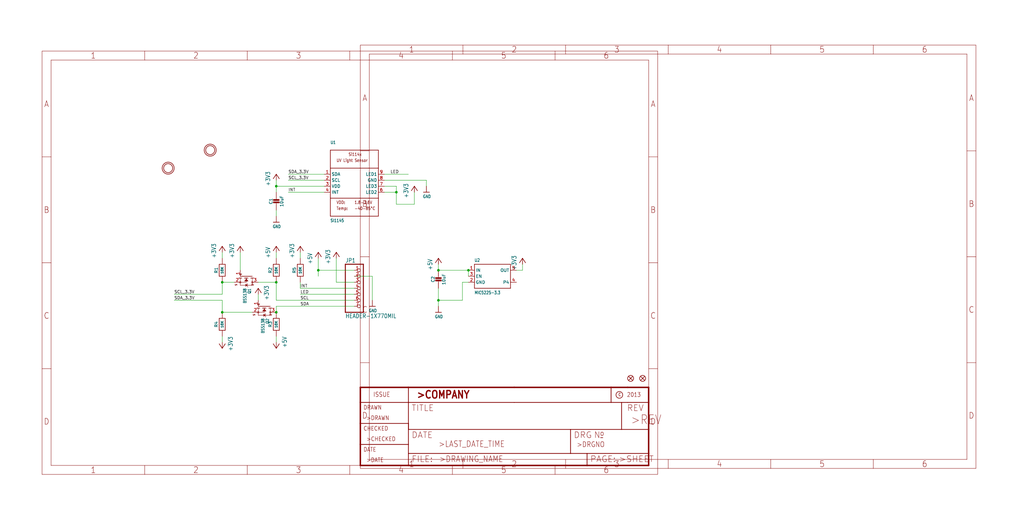
<source format=kicad_sch>
(kicad_sch (version 20211123) (generator eeschema)
  (paper "User" 433.07 220.421)
  (lib_symbols
    (symbol "schematicEagle-eagle-import:+3V3" (power)
      (property "Value" "+3V3" (at -2.54 -5.08 90))
      (symbol "+3V3_1_0"
        (polyline (pts (xy 0 0) (xy -1.27 -1.905)) (stroke (width 0.254)))
        (polyline (pts (xy 1.27 -1.905) (xy 0 0)) (stroke (width 0.254)))
        (pin power_in line (at 0 -2.54 90) (length 2.54) (name "+3V3") (number "1"))
      )
    )
    (symbol "schematicEagle-eagle-import:+5V" (power)
      (property "Value" "+5V" (at -2.54 -5.08 90))
      (symbol "+5V_1_0"
        (polyline (pts (xy 0 0) (xy -1.27 -1.905)) (stroke (width 0.254)))
        (polyline (pts (xy 1.27 -1.905) (xy 0 0)) (stroke (width 0.254)))
        (pin power_in line (at 0 -2.54 90) (length 2.54) (name "+5V") (number "1"))
      )
    )
    (symbol "schematicEagle-eagle-import:CAP_CERAMIC0805-NOOUTLINE"
      (property "Reference" "C" (at -2.29 1.25 90))
      (property "Value" "CAP_CERAMIC0805-NOOUTLINE" (at 2.3 1.25 90))
      (symbol "CAP_CERAMIC0805-NOOUTLINE_1_0"
        (rectangle (start -1.27 0.508) (end 1.27 1.016) (fill (type outline)))
        (rectangle (start -1.27 1.524) (end 1.27 2.032) (fill (type outline)))
        (polyline (pts (xy 0 0.762) (xy 0 0)) (stroke (width 0.1524)))
        (polyline (pts (xy 0 2.54) (xy 0 1.778)) (stroke (width 0.1524)))
        (pin passive line (at 0 5.08 270) (length 2.54) (name "1") (number "1"))
        (pin passive line (at 0 -2.54 90) (length 2.54) (name "2") (number "2"))
      )
    )
    (symbol "schematicEagle-eagle-import:FIDUCIAL{dblquote}{dblquote}"
      (symbol "FIDUCIAL{dblquote}{dblquote}_1_0"
        (polyline (pts (xy -0.762 0.762) (xy 0.762 -0.762)) (stroke (width 0.254)))
        (polyline (pts (xy 0.762 0.762) (xy -0.762 -0.762)) (stroke (width 0.254)))
        (circle (center 0 0) (radius 1.27) (stroke (width 0.254)))
      )
    )
    (symbol "schematicEagle-eagle-import:FRAME_A4"
      (symbol "FRAME_A4_0_0"
        (polyline (pts (xy 0 44.7675) (xy 3.81 44.7675)))
        (polyline (pts (xy 0 89.535) (xy 3.81 89.535)))
        (polyline (pts (xy 0 134.3025) (xy 3.81 134.3025)))
        (polyline (pts (xy 3.81 3.81) (xy 3.81 175.26)))
        (polyline (pts (xy 43.3917 0) (xy 43.3917 3.81)))
        (polyline (pts (xy 43.3917 175.26) (xy 43.3917 179.07)))
        (polyline (pts (xy 86.7833 0) (xy 86.7833 3.81)))
        (polyline (pts (xy 86.7833 175.26) (xy 86.7833 179.07)))
        (polyline (pts (xy 130.175 0) (xy 130.175 3.81)))
        (polyline (pts (xy 130.175 175.26) (xy 130.175 179.07)))
        (polyline (pts (xy 173.5667 0) (xy 173.5667 3.81)))
        (polyline (pts (xy 173.5667 175.26) (xy 173.5667 179.07)))
        (polyline (pts (xy 216.9583 0) (xy 216.9583 3.81)))
        (polyline (pts (xy 216.9583 175.26) (xy 216.9583 179.07)))
        (polyline (pts (xy 256.54 3.81) (xy 3.81 3.81)))
        (polyline (pts (xy 256.54 3.81) (xy 256.54 175.26)))
        (polyline (pts (xy 256.54 44.7675) (xy 260.35 44.7675)))
        (polyline (pts (xy 256.54 89.535) (xy 260.35 89.535)))
        (polyline (pts (xy 256.54 134.3025) (xy 260.35 134.3025)))
        (polyline (pts (xy 256.54 175.26) (xy 3.81 175.26)))
        (polyline (pts (xy 0 0) (xy 260.35 0) (xy 260.35 179.07) (xy 0 179.07) (xy 0 0)))
        (text "1" (at 21.6958 1.905 0) (effects (font (size 2.54 2.286))))
        (text "1" (at 21.6958 177.165 0) (effects (font (size 2.54 2.286))))
        (text "2" (at 65.0875 1.905 0) (effects (font (size 2.54 2.286))))
        (text "2" (at 65.0875 177.165 0) (effects (font (size 2.54 2.286))))
        (text "3" (at 108.4792 1.905 0) (effects (font (size 2.54 2.286))))
        (text "3" (at 108.4792 177.165 0) (effects (font (size 2.54 2.286))))
        (text "4" (at 151.8708 1.905 0) (effects (font (size 2.54 2.286))))
        (text "4" (at 151.8708 177.165 0) (effects (font (size 2.54 2.286))))
        (text "5" (at 195.2625 1.905 0) (effects (font (size 2.54 2.286))))
        (text "5" (at 195.2625 177.165 0) (effects (font (size 2.54 2.286))))
        (text "6" (at 238.6542 1.905 0) (effects (font (size 2.54 2.286))))
        (text "6" (at 238.6542 177.165 0) (effects (font (size 2.54 2.286))))
        (text "A" (at 1.905 156.6863 0) (effects (font (size 2.54 2.286))))
        (text "A" (at 258.445 156.6863 0) (effects (font (size 2.54 2.286))))
        (text "B" (at 1.905 111.9188 0) (effects (font (size 2.54 2.286))))
        (text "B" (at 258.445 111.9188 0) (effects (font (size 2.54 2.286))))
        (text "C" (at 1.905 67.1513 0) (effects (font (size 2.54 2.286))))
        (text "C" (at 258.445 67.1513 0) (effects (font (size 2.54 2.286))))
        (text "D" (at 1.905 22.3838 0) (effects (font (size 2.54 2.286))))
        (text "D" (at 258.445 22.3838 0) (effects (font (size 2.54 2.286))))
      )
      (symbol "FRAME_A4_1_0"
        (polyline (pts (xy 256.54 3.81) (xy 256.54 8.89)) (stroke (width 0.1016)))
        (polyline (pts (xy 256.54 8.89) (xy 256.54 13.97)) (stroke (width 0.1016)))
        (polyline (pts (xy 256.54 13.97) (xy 256.54 19.05)) (stroke (width 0.1016)))
        (polyline (pts (xy 256.54 19.05) (xy 256.54 36.83)) (stroke (width 0.1016)))
      )
      (symbol "FRAME_A4_2_0"
        (polyline (pts (xy 1.27 -6.35) (xy 1.27 0)) (stroke (width 0.1016)))
        (polyline (pts (xy 1.27 0) (xy 82.55 0)) (stroke (width 0.1016)))
        (polyline (pts (xy 82.55 -6.35) (xy 1.27 -6.35)) (stroke (width 0.1016)))
        (polyline (pts (xy 82.55 0) (xy 82.55 -6.35)) (stroke (width 0.1016)))
        (text "PART OR WHOLE IS STRICTLY PROHIBITED WITHOUT WRITTEN PERMISSION!" (at 3.81 -5.08 0) (effects (font (size 1.27 1.0795)) (justify left bottom)))
        (text "PROPRIETARY" (at 3.81 -10.16 0) (effects (font (size 2.54 2.159) (thickness 0.4318) bold) (justify left bottom)))
        (text "THIS DRAWING CONTAINS CONFIDENTIAL INFORMATION. ANY REPRODUCTION IN" (at 3.81 -2.794 0) (effects (font (size 1.27 1.0795)) (justify left bottom)))
      )
      (symbol "FRAME_A4_3_0"
        (polyline (pts (xy 0 1.27) (xy 20.32 1.27)) (stroke (width 0.6096)))
        (polyline (pts (xy 0 10.16) (xy 0 1.27)) (stroke (width 0.6096)))
        (polyline (pts (xy 0 10.16) (xy 20.32 10.16)) (stroke (width 0.3048)))
        (polyline (pts (xy 0 19.05) (xy 0 10.16)) (stroke (width 0.6096)))
        (polyline (pts (xy 0 19.05) (xy 20.32 19.05)) (stroke (width 0.3048)))
        (polyline (pts (xy 0 27.94) (xy 0 19.05)) (stroke (width 0.6096)))
        (polyline (pts (xy 0 27.94) (xy 20.32 27.94)) (stroke (width 0.3048)))
        (polyline (pts (xy 0 34.29) (xy 0 27.94)) (stroke (width 0.6096)))
        (polyline (pts (xy 20.32 1.27) (xy 20.32 6.35)) (stroke (width 0.3048)))
        (polyline (pts (xy 20.32 1.27) (xy 95.885 1.27)) (stroke (width 0.6096)))
        (polyline (pts (xy 20.32 6.35) (xy 20.32 10.16)) (stroke (width 0.3048)))
        (polyline (pts (xy 20.32 6.35) (xy 88.9 6.35)) (stroke (width 0.3048)))
        (polyline (pts (xy 20.32 10.16) (xy 20.32 19.05)) (stroke (width 0.3048)))
        (polyline (pts (xy 20.32 16.51) (xy 20.32 19.05)) (stroke (width 0.3048)))
        (polyline (pts (xy 20.32 19.05) (xy 20.32 27.94)) (stroke (width 0.3048)))
        (polyline (pts (xy 20.32 27.94) (xy 20.32 34.29)) (stroke (width 0.3048)))
        (polyline (pts (xy 20.32 27.94) (xy 65.0875 27.94)) (stroke (width 0.3048)))
        (polyline (pts (xy 20.32 34.29) (xy 0 34.29)) (stroke (width 0.6096)))
        (polyline (pts (xy 65.0875 27.94) (xy 106.045 27.94)) (stroke (width 0.3048)))
        (polyline (pts (xy 65.0875 34.29) (xy 20.32 34.29)) (stroke (width 0.6096)))
        (polyline (pts (xy 88.9 6.35) (xy 95.885 6.35)) (stroke (width 0.3048)))
        (polyline (pts (xy 88.9 16.51) (xy 20.32 16.51)) (stroke (width 0.3048)))
        (polyline (pts (xy 88.9 16.51) (xy 88.9 6.35)) (stroke (width 0.3048)))
        (polyline (pts (xy 95.885 1.27) (xy 121.92 1.27)) (stroke (width 0.6096)))
        (polyline (pts (xy 95.885 6.35) (xy 95.885 1.27)) (stroke (width 0.3048)))
        (polyline (pts (xy 95.885 6.35) (xy 121.92 6.35)) (stroke (width 0.3048)))
        (polyline (pts (xy 101.6 13.0175) (xy 102.5525 13.0175)) (stroke (width 0.254)))
        (polyline (pts (xy 106.045 27.94) (xy 106.045 34.29)) (stroke (width 0.3048)))
        (polyline (pts (xy 106.045 27.94) (xy 110.49 27.94)) (stroke (width 0.3048)))
        (polyline (pts (xy 106.045 34.29) (xy 65.0875 34.29)) (stroke (width 0.6096)))
        (polyline (pts (xy 110.49 16.51) (xy 88.9 16.51)) (stroke (width 0.3048)))
        (polyline (pts (xy 110.49 27.94) (xy 110.49 16.51)) (stroke (width 0.3048)))
        (polyline (pts (xy 110.49 27.94) (xy 113.03 27.94)) (stroke (width 0.3048)))
        (polyline (pts (xy 113.03 27.94) (xy 121.92 27.94)) (stroke (width 0.3048)))
        (polyline (pts (xy 113.03 34.29) (xy 106.045 34.29)) (stroke (width 0.6096)))
        (polyline (pts (xy 121.92 6.35) (xy 121.92 1.27)) (stroke (width 0.6096)))
        (polyline (pts (xy 121.92 16.51) (xy 110.49 16.51)) (stroke (width 0.3048)))
        (polyline (pts (xy 121.92 16.51) (xy 121.92 6.35)) (stroke (width 0.6096)))
        (polyline (pts (xy 121.92 27.94) (xy 121.92 16.51)) (stroke (width 0.6096)))
        (polyline (pts (xy 121.92 34.29) (xy 113.03 34.29)) (stroke (width 0.6096)))
        (polyline (pts (xy 121.92 34.29) (xy 121.92 27.94)) (stroke (width 0.6096)))
        (circle (center 109.5375 31.115) (radius 1.4199) (stroke (width 0.254)))
        (text "2013" (at 112.7125 30.1625 0) (effects (font (size 1.778 1.5113)) (justify left bottom)))
        (text ">CHECKED" (at 2.54 11.43 0) (effects (font (size 1.778 1.5113)) (justify left bottom)))
        (text ">COMPANY" (at 23.6538 29.3687 0) (effects (font (size 3.175 2.6987) (thickness 0.5397) bold) (justify left bottom)))
        (text ">DATE" (at 2.54 2.54 0) (effects (font (size 1.778 1.5113)) (justify left bottom)))
        (text ">DRAWING_NAME" (at 33.3375 2.54 0) (effects (font (size 2.54 2.159)) (justify left bottom)))
        (text ">DRAWN" (at 2.54 20.32 0) (effects (font (size 1.778 1.5113)) (justify left bottom)))
        (text ">DRGNO" (at 91.44 8.89 0) (effects (font (size 2.1844 1.8567)) (justify left bottom)))
        (text ">LAST_DATE_TIME" (at 33.02 8.89 0) (effects (font (size 2.54 2.159)) (justify left bottom)))
        (text ">REV" (at 114.3 18.415 0) (effects (font (size 3.81 3.2385)) (justify left bottom)))
        (text ">SHEET" (at 109.22 2.54 0) (effects (font (size 2.54 2.54)) (justify left bottom)))
        (text "C" (at 109.0612 30.48 0) (effects (font (size 1.27 1.0795)) (justify left bottom)))
        (text "CHECKED" (at 1.27 15.875 0) (effects (font (size 1.778 1.5113)) (justify left bottom)))
        (text "DATE" (at 1.27 6.985 0) (effects (font (size 1.778 1.5113)) (justify left bottom)))
        (text "DATE" (at 21.59 12.7 0) (effects (font (size 2.54 2.54)) (justify left bottom)))
        (text "DRAWN" (at 1.27 24.765 0) (effects (font (size 1.778 1.5113)) (justify left bottom)))
        (text "DRG" (at 90.17 12.7 0) (effects (font (size 2.54 2.54)) (justify left bottom)))
        (text "FILE:" (at 21.59 2.54 0) (effects (font (size 2.54 2.54)) (justify left bottom)))
        (text "ISSUE" (at 5.3975 30.1625 0) (effects (font (size 1.9304 1.6408)) (justify left bottom)))
        (text "N" (at 98.7425 12.7 0) (effects (font (size 2.54 2.54)) (justify left bottom)))
        (text "o" (at 101.2825 13.6525 0) (effects (font (size 2.1844 1.8567)) (justify left bottom)))
        (text "PAGE:" (at 97.155 2.54 0) (effects (font (size 2.54 2.54)) (justify left bottom)))
        (text "REV" (at 112.7125 24.13 0) (effects (font (size 2.54 2.54)) (justify left bottom)))
        (text "TITLE" (at 21.59 24.13 0) (effects (font (size 2.54 2.54)) (justify left bottom)))
      )
    )
    (symbol "schematicEagle-eagle-import:GND" (power)
      (property "Value" "GND" (at -1.524 -2.54 0))
      (symbol "GND_1_0"
        (polyline (pts (xy -1.27 0) (xy 1.27 0)) (stroke (width 0.254)))
        (pin power_in line (at 0 2.54 270) (length 2.54) (name "GND") (number "1"))
      )
    )
    (symbol "schematicEagle-eagle-import:HEADER-1X770MIL"
      (property "Reference" "JP" (at -6.35 10.795 0))
      (property "Value" "HEADER-1X770MIL" (at -6.35 -12.7 0))
      (symbol "HEADER-1X770MIL_1_0"
        (polyline (pts (xy -6.35 -10.16) (xy 1.27 -10.16)) (stroke (width 0.4064)))
        (polyline (pts (xy -6.35 10.16) (xy -6.35 -10.16)) (stroke (width 0.4064)))
        (polyline (pts (xy 1.27 -10.16) (xy 1.27 10.16)) (stroke (width 0.4064)))
        (polyline (pts (xy 1.27 10.16) (xy -6.35 10.16)) (stroke (width 0.4064)))
        (pin passive inverted (at -2.54 7.62 0) (length 2.54) (name "1") (number "1"))
        (pin passive inverted (at -2.54 5.08 0) (length 2.54) (name "2") (number "2"))
        (pin passive inverted (at -2.54 2.54 0) (length 2.54) (name "3") (number "3"))
        (pin passive inverted (at -2.54 0 0) (length 2.54) (name "4") (number "4"))
        (pin passive inverted (at -2.54 -2.54 0) (length 2.54) (name "5") (number "5"))
        (pin passive inverted (at -2.54 -5.08 0) (length 2.54) (name "6") (number "6"))
        (pin passive inverted (at -2.54 -7.62 0) (length 2.54) (name "7") (number "7"))
      )
    )
    (symbol "schematicEagle-eagle-import:MOSFET-NWIDE"
      (property "Reference" "Q" (at 5.08 0.635 0))
      (property "Value" "MOSFET-NWIDE" (at 5.08 -1.27 0))
      (symbol "MOSFET-NWIDE_1_0"
        (polyline (pts (xy 0 2.54) (xy 0 -2.54)) (stroke (width 0.254)))
        (polyline (pts (xy 0.762 -2.54) (xy 0.762 -3.175)) (stroke (width 0.254)))
        (polyline (pts (xy 0.762 -1.905) (xy 0.762 -2.54)) (stroke (width 0.254)))
        (polyline (pts (xy 0.762 0) (xy 0.762 -0.762)) (stroke (width 0.254)))
        (polyline (pts (xy 0.762 0) (xy 2.54 0)) (stroke (width 0.1524)))
        (polyline (pts (xy 0.762 0.762) (xy 0.762 0)) (stroke (width 0.254)))
        (polyline (pts (xy 0.762 2.54) (xy 0.762 1.905)) (stroke (width 0.254)))
        (polyline (pts (xy 0.762 2.54) (xy 3.81 2.54)) (stroke (width 0.1524)))
        (polyline (pts (xy 0.762 3.175) (xy 0.762 2.54)) (stroke (width 0.254)))
        (polyline (pts (xy 2.54 -2.54) (xy 0.762 -2.54)) (stroke (width 0.1524)))
        (polyline (pts (xy 2.54 -2.54) (xy 3.81 -2.54)) (stroke (width 0.1524)))
        (polyline (pts (xy 2.54 0) (xy 2.54 -2.54)) (stroke (width 0.1524)))
        (polyline (pts (xy 3.302 0.508) (xy 3.048 0.254)) (stroke (width 0.1524)))
        (polyline (pts (xy 3.81 0.508) (xy 3.302 0.508)) (stroke (width 0.1524)))
        (polyline (pts (xy 3.81 0.508) (xy 3.81 -2.54)) (stroke (width 0.1524)))
        (polyline (pts (xy 3.81 2.54) (xy 3.81 0.508)) (stroke (width 0.1524)))
        (polyline (pts (xy 4.318 0.508) (xy 3.81 0.508)) (stroke (width 0.1524)))
        (polyline (pts (xy 4.572 0.762) (xy 4.318 0.508)) (stroke (width 0.1524)))
        (polyline (pts (xy 1.016 0) (xy 2.032 0.762) (xy 2.032 -0.762)) (fill (type outline)))
        (polyline (pts (xy 3.81 0.508) (xy 3.302 -0.254) (xy 4.318 -0.254)) (fill (type outline)))
        (circle (center 2.54 -2.54) (radius 0.3592))
        (circle (center 2.54 2.54) (radius 0.3592))
        (text "D" (at 3.175 3.175 0) (effects (font (size 0.8128 0.6908)) (justify left bottom)))
        (text "G" (at -1.27 -1.905 0) (effects (font (size 0.8128 0.6908)) (justify left bottom)))
        (text "S" (at 3.175 -3.81 0) (effects (font (size 0.8128 0.6908)) (justify left bottom)))
        (pin bidirectional line (at -2.54 -2.54 0) (length 2.54) (name "G") (number "1"))
        (pin bidirectional line (at 2.54 -5.08 90) (length 2.54) (name "S") (number "2"))
        (pin bidirectional line (at 2.54 5.08 270) (length 2.54) (name "D") (number "3"))
      )
    )
    (symbol "schematicEagle-eagle-import:MOUNTINGHOLE2.5"
      (symbol "MOUNTINGHOLE2.5_1_0"
        (circle (center 0 0) (radius 1.905) (stroke (width 0.254)))
        (circle (center 0 0) (radius 2.54) (stroke (width 0.254)))
      )
    )
    (symbol "schematicEagle-eagle-import:RESISTOR0805_NOOUTLINE"
      (property "Reference" "R" (at 0 2.54 0))
      (property "Value" "RESISTOR0805_NOOUTLINE" (at 0 0 0))
      (symbol "RESISTOR0805_NOOUTLINE_1_0"
        (polyline (pts (xy -2.54 -1.27) (xy -2.54 1.27)) (stroke (width 0.254)))
        (polyline (pts (xy -2.54 1.27) (xy 2.54 1.27)) (stroke (width 0.254)))
        (polyline (pts (xy 2.54 -1.27) (xy -2.54 -1.27)) (stroke (width 0.254)))
        (polyline (pts (xy 2.54 1.27) (xy 2.54 -1.27)) (stroke (width 0.254)))
        (pin passive line (at -5.08 0 0) (length 2.54) (name "1") (number "1"))
        (pin passive line (at 5.08 0 180) (length 2.54) (name "2") (number "2"))
      )
    )
    (symbol "schematicEagle-eagle-import:SI114X"
      (property "Reference" "U" (at -10.16 17.78 0))
      (property "Value" "SI114X" (at -10.16 -15.24 0))
      (symbol "SI114X_1_0"
        (polyline (pts (xy -10.16 -12.7) (xy 10.16 -12.7)) (stroke (width 0.254)))
        (polyline (pts (xy -10.16 -5.08) (xy -10.16 -12.7)) (stroke (width 0.254)))
        (polyline (pts (xy -10.16 -5.08) (xy -10.16 7.62)) (stroke (width 0.254)))
        (polyline (pts (xy -10.16 7.62) (xy -10.16 15.24)) (stroke (width 0.254)))
        (polyline (pts (xy -10.16 7.62) (xy 10.16 7.62)) (stroke (width 0.254)))
        (polyline (pts (xy -10.16 15.24) (xy 10.16 15.24)) (stroke (width 0.254)))
        (polyline (pts (xy 10.16 -12.7) (xy 10.16 -5.08)) (stroke (width 0.254)))
        (polyline (pts (xy 10.16 -5.08) (xy -10.16 -5.08)) (stroke (width 0.254)))
        (polyline (pts (xy 10.16 7.62) (xy 10.16 -5.08)) (stroke (width 0.254)))
        (polyline (pts (xy 10.16 15.24) (xy 10.16 7.62)) (stroke (width 0.254)))
        (text "-40-85°C" (at 0 -10.16 0) (effects (font (size 1.27 1.0795)) (justify left bottom)))
        (text "1.8-3.6V" (at 0 -7.62 0) (effects (font (size 1.27 1.0795)) (justify left bottom)))
        (text "Si114x" (at -2.54 12.7 0) (effects (font (size 1.27 1.0795)) (justify left bottom)))
        (text "Temp:" (at -7.62 -10.16 0) (effects (font (size 1.27 1.0795)) (justify left bottom)))
        (text "UV Light Sensor" (at -7.62 10.16 0) (effects (font (size 1.27 1.0795)) (justify left bottom)))
        (text "VDD:" (at -7.62 -7.62 0) (effects (font (size 1.27 1.0795)) (justify left bottom)))
        (pin bidirectional line (at -12.7 5.08 0) (length 2.54) (name "SDA") (number "1"))
        (pin input line (at -12.7 2.54 0) (length 2.54) (name "SCL") (number "2"))
        (pin power_in line (at -12.7 0 0) (length 2.54) (name "VDD") (number "3"))
        (pin open_collector line (at -12.7 -2.54 0) (length 2.54) (name "INT") (number "4"))
        (pin open_collector line (at 12.7 -2.54 180) (length 2.54) (name "LED2") (number "6"))
        (pin open_collector line (at 12.7 0 180) (length 2.54) (name "LED3") (number "7"))
        (pin power_in line (at 12.7 2.54 180) (length 2.54) (name "GND") (number "8"))
        (pin open_collector line (at 12.7 5.08 180) (length 2.54) (name "LED1") (number "9"))
      )
    )
    (symbol "schematicEagle-eagle-import:VREG_SOT23-5"
      (property "Reference" "U" (at -7.62 6.096 0))
      (property "Value" "VREG_SOT23-5" (at -7.62 -7.62 0))
      (symbol "VREG_SOT23-5_1_0"
        (polyline (pts (xy -7.62 -5.08) (xy -7.62 5.08)) (stroke (width 0.254)))
        (polyline (pts (xy -7.62 5.08) (xy 7.62 5.08)) (stroke (width 0.254)))
        (polyline (pts (xy 7.62 -5.08) (xy -7.62 -5.08)) (stroke (width 0.254)))
        (polyline (pts (xy 7.62 5.08) (xy 7.62 -5.08)) (stroke (width 0.254)))
        (pin power_in line (at -10.16 2.54 0) (length 2.54) (name "IN") (number "1"))
        (pin power_in line (at -10.16 -2.54 0) (length 2.54) (name "GND") (number "2"))
        (pin input line (at -10.16 0 0) (length 2.54) (name "EN") (number "3"))
        (pin bidirectional line (at 10.16 -2.54 180) (length 2.54) (name "P4") (number "4"))
        (pin power_in line (at 10.16 2.54 180) (length 2.54) (name "OUT") (number "5"))
      )
    )
  )
  (junction (at 116.84 132.08))
  (junction (at 185.42 114.3))
  (junction (at 116.84 119.38))
  (junction (at 134.62 114.3))
  (junction (at 198.12 114.3))
  (junction (at 93.98 119.38))
  (junction (at 93.98 132.08))
  (junction (at 185.42 127))
  (junction (at 116.84 78.74))
  (junction (at 167.64 81.28))
  (wire (pts (xy 116.84 119.38) (xy 116.84 127)))
  (wire (pts (xy 149.86 116.84) (xy 157.48 116.84)))
  (wire (pts (xy 109.22 124.46) (xy 109.22 127)))
  (wire (pts (xy 149.86 121.92) (xy 127 121.92)))
  (wire (pts (xy 109.22 119.38) (xy 116.84 119.38)))
  (wire (pts (xy 116.84 132.08) (xy 116.84 129.54)))
  (wire (pts (xy 116.84 127) (xy 149.86 127)))
  (wire (pts (xy 137.16 81.28) (xy 121.92 81.28)))
  (wire (pts (xy 142.24 119.38) (xy 149.86 119.38)))
  (wire (pts (xy 167.64 81.28) (xy 167.64 86.36)))
  (wire (pts (xy 198.12 116.84) (xy 198.12 114.3)))
  (wire (pts (xy 167.64 86.36) (xy 175.26 86.36)))
  (wire (pts (xy 127 106.68) (xy 127 109.22)))
  (wire (pts (xy 180.34 76.2) (xy 180.34 78.74)))
  (wire (pts (xy 127 119.38) (xy 127 121.92)))
  (wire (pts (xy 93.98 119.38) (xy 99.06 119.38)))
  (wire (pts (xy 218.44 114.3) (xy 220.98 114.3)))
  (wire (pts (xy 73.66 127) (xy 93.98 127)))
  (wire (pts (xy 137.16 78.74) (xy 116.84 78.74)))
  (wire (pts (xy 162.56 73.66) (xy 172.72 73.66)))
  (wire (pts (xy 185.42 127) (xy 185.42 121.92)))
  (wire (pts (xy 134.62 114.3) (xy 134.62 109.22)))
  (wire (pts (xy 149.86 124.46) (xy 127 124.46)))
  (wire (pts (xy 162.56 81.28) (xy 167.64 81.28)))
  (wire (pts (xy 157.48 116.84) (xy 157.48 127)))
  (wire (pts (xy 220.98 114.3) (xy 220.98 111.76)))
  (wire (pts (xy 167.64 78.74) (xy 167.64 81.28)))
  (wire (pts (xy 93.98 144.78) (xy 93.98 142.24)))
  (wire (pts (xy 116.84 88.9) (xy 116.84 91.44)))
  (wire (pts (xy 116.84 78.74) (xy 116.84 81.28)))
  (wire (pts (xy 185.42 111.76) (xy 185.42 114.3)))
  (wire (pts (xy 137.16 76.2) (xy 121.92 76.2)))
  (wire (pts (xy 195.58 127) (xy 185.42 127)))
  (wire (pts (xy 93.98 124.46) (xy 93.98 119.38)))
  (wire (pts (xy 134.62 116.84) (xy 134.62 114.3)))
  (wire (pts (xy 162.56 78.74) (xy 167.64 78.74)))
  (wire (pts (xy 142.24 109.22) (xy 142.24 119.38)))
  (wire (pts (xy 116.84 144.78) (xy 116.84 142.24)))
  (wire (pts (xy 116.84 129.54) (xy 149.86 129.54)))
  (wire (pts (xy 106.68 132.08) (xy 93.98 132.08)))
  (wire (pts (xy 101.6 114.3) (xy 101.6 106.68)))
  (wire (pts (xy 93.98 124.46) (xy 73.66 124.46)))
  (wire (pts (xy 121.92 73.66) (xy 137.16 73.66)))
  (wire (pts (xy 185.42 127) (xy 185.42 129.54)))
  (wire (pts (xy 149.86 114.3) (xy 134.62 114.3)))
  (wire (pts (xy 93.98 106.68) (xy 93.98 109.22)))
  (wire (pts (xy 198.12 119.38) (xy 195.58 119.38)))
  (wire (pts (xy 195.58 119.38) (xy 195.58 127)))
  (wire (pts (xy 93.98 132.08) (xy 93.98 127)))
  (wire (pts (xy 162.56 76.2) (xy 180.34 76.2)))
  (wire (pts (xy 116.84 78.74) (xy 116.84 76.2)))
  (wire (pts (xy 116.84 106.68) (xy 116.84 109.22)))
  (wire (pts (xy 198.12 114.3) (xy 185.42 114.3)))
  (wire (pts (xy 175.26 86.36) (xy 175.26 81.28)))
  (label "SDA" (at 127 129.54 0) (effects (font (size 1.2446 1.2446))))
  (label "SCL_3.3V" (at 73.66 124.46 0) (effects (font (size 1.2446 1.2446))))
  (label "INT" (at 127 121.92 0) (effects (font (size 1.2446 1.2446))))
  (label "LED" (at 165.1 73.66 0) (effects (font (size 1.2446 1.2446))))
  (label "SCL" (at 127 127 0) (effects (font (size 1.2446 1.2446))))
  (label "LED" (at 127 124.46 0) (effects (font (size 1.2446 1.2446))))
  (label "INT" (at 121.92 81.28 0) (effects (font (size 1.2446 1.2446))))
  (label "SDA_3.3V" (at 73.66 127 0) (effects (font (size 1.2446 1.2446))))
  (label "SCL_3.3V" (at 121.92 76.2 0) (effects (font (size 1.2446 1.2446))))
  (label "SDA_3.3V" (at 121.92 73.66 0) (effects (font (size 1.2446 1.2446))))
  (symbol (lib_id "schematicEagle-eagle-import:+5V") (at 116.84 147.32 180) (unit 1)
    (property "Reference" "#P+3" (effects hide))
    (property "Value" "+5V" (at 119.38 142.24 90) (effects (font (size 1.778 1.5113)) (justify left bottom)))
    (property "Footprint" "schematicEagle:" (effects hide))
  )
  (symbol (lib_id "schematicEagle-eagle-import:+3V3") (at 101.6 104.14 0) (unit 1)
    (property "Reference" "#+3V2" (effects hide))
    (property "Value" "+3V3" (at 99.06 109.22 90) (effects (font (size 1.778 1.5113)) (justify left bottom)))
    (property "Footprint" "schematicEagle:" (effects hide))
  )
  (symbol (lib_id "schematicEagle-eagle-import:VREG_SOT23-5") (at 208.28 116.84 0) (unit 1)
    (property "Reference" "U2" (at 200.66 110.744 0) (effects (font (size 1.27 1.0795)) (justify left bottom)))
    (property "Value" "MIC5225-3.3" (at 200.66 124.46 0) (effects (font (size 1.27 1.0795)) (justify left bottom)))
    (property "Footprint" "schematicEagle:SOT23-5" (effects hide))
  )
  (symbol (lib_id "schematicEagle-eagle-import:+3V3") (at 142.24 106.68 0) (unit 1)
    (property "Reference" "#+3V1" (effects hide))
    (property "Value" "+3V3" (at 139.7 111.76 90) (effects (font (size 1.778 1.5113)) (justify left bottom)))
    (property "Footprint" "schematicEagle:" (effects hide))
  )
  (symbol (lib_id "schematicEagle-eagle-import:HEADER-1X770MIL") (at 152.4 121.92 0) (unit 1)
    (property "Reference" "JP1" (at 146.05 111.125 0) (effects (font (size 1.778 1.5113)) (justify left bottom)))
    (property "Value" "HEADER-1X770MIL" (at 146.05 134.62 0) (effects (font (size 1.778 1.5113)) (justify left bottom)))
    (property "Footprint" "schematicEagle:1X07_ROUND_70" (effects hide))
  )
  (symbol (lib_id "schematicEagle-eagle-import:RESISTOR0805_NOOUTLINE") (at 116.84 137.16 90) (unit 1)
    (property "Reference" "R3" (at 114.3 137.16 0))
    (property "Value" "10K" (at 116.84 137.16 0) (effects (font (size 1.016 1.016) bold)))
    (property "Footprint" "schematicEagle:0805-NO" (effects hide))
  )
  (symbol (lib_id "schematicEagle-eagle-import:GND") (at 180.34 81.28 0) (unit 1)
    (property "Reference" "#U$1" (effects hide))
    (property "Value" "GND" (at 178.816 83.82 0) (effects (font (size 1.27 1.0795)) (justify left bottom)))
    (property "Footprint" "schematicEagle:" (effects hide))
  )
  (symbol (lib_id "schematicEagle-eagle-import:GND") (at 116.84 93.98 0) (unit 1)
    (property "Reference" "#U$2" (effects hide))
    (property "Value" "GND" (at 115.316 96.52 0) (effects (font (size 1.27 1.0795)) (justify left bottom)))
    (property "Footprint" "schematicEagle:" (effects hide))
  )
  (symbol (lib_id "schematicEagle-eagle-import:MOSFET-NWIDE") (at 111.76 129.54 270) (unit 1)
    (property "Reference" "Q2" (at 112.395 134.62 0) (effects (font (size 1.27 1.0795)) (justify left bottom)))
    (property "Value" "BSS138" (at 110.49 134.62 0) (effects (font (size 1.27 1.0795)) (justify left bottom)))
    (property "Footprint" "schematicEagle:SOT23-WIDE" (effects hide))
  )
  (symbol (lib_id "schematicEagle-eagle-import:MOSFET-NWIDE") (at 104.14 116.84 270) (unit 1)
    (property "Reference" "Q1" (at 104.775 121.92 0) (effects (font (size 1.27 1.0795)) (justify left bottom)))
    (property "Value" "BSS138" (at 102.87 121.92 0) (effects (font (size 1.27 1.0795)) (justify left bottom)))
    (property "Footprint" "schematicEagle:SOT23-WIDE" (effects hide))
  )
  (symbol (lib_id "schematicEagle-eagle-import:+5V") (at 185.42 109.22 0) (unit 1)
    (property "Reference" "#P+4" (effects hide))
    (property "Value" "+5V" (at 182.88 114.3 90) (effects (font (size 1.778 1.5113)) (justify left bottom)))
    (property "Footprint" "schematicEagle:" (effects hide))
  )
  (symbol (lib_id "schematicEagle-eagle-import:FIDUCIAL{dblquote}{dblquote}") (at 271.78 160.02 0) (unit 1)
    (property "Reference" "FID1" (effects hide))
    (property "Value" "FIDUCIAL{dblquote}{dblquote}" (effects hide))
    (property "Footprint" "schematicEagle:FIDUCIAL_1MM" (effects hide))
  )
  (symbol (lib_id "schematicEagle-eagle-import:+3V3") (at 109.22 121.92 0) (mirror y) (unit 1)
    (property "Reference" "#+3V3" (effects hide))
    (property "Value" "+3V3" (at 111.76 127 90) (effects (font (size 1.778 1.5113)) (justify left bottom)))
    (property "Footprint" "schematicEagle:" (effects hide))
  )
  (symbol (lib_id "schematicEagle-eagle-import:GND") (at 185.42 132.08 0) (unit 1)
    (property "Reference" "#U$13" (effects hide))
    (property "Value" "GND" (at 183.896 134.62 0) (effects (font (size 1.27 1.0795)) (justify left bottom)))
    (property "Footprint" "schematicEagle:" (effects hide))
  )
  (symbol (lib_id "schematicEagle-eagle-import:+5V") (at 134.62 106.68 0) (unit 1)
    (property "Reference" "#P+2" (effects hide))
    (property "Value" "+5V" (at 132.08 111.76 90) (effects (font (size 1.778 1.5113)) (justify left bottom)))
    (property "Footprint" "schematicEagle:" (effects hide))
  )
  (symbol (lib_id "schematicEagle-eagle-import:RESISTOR0805_NOOUTLINE") (at 93.98 137.16 90) (unit 1)
    (property "Reference" "R4" (at 91.44 137.16 0))
    (property "Value" "10K" (at 93.98 137.16 0) (effects (font (size 1.016 1.016) bold)))
    (property "Footprint" "schematicEagle:0805-NO" (effects hide))
  )
  (symbol (lib_id "schematicEagle-eagle-import:RESISTOR0805_NOOUTLINE") (at 93.98 114.3 90) (unit 1)
    (property "Reference" "R1" (at 91.44 114.3 0))
    (property "Value" "10K" (at 93.98 114.3 0) (effects (font (size 1.016 1.016) bold)))
    (property "Footprint" "schematicEagle:0805-NO" (effects hide))
  )
  (symbol (lib_id "schematicEagle-eagle-import:FIDUCIAL{dblquote}{dblquote}") (at 266.7 160.02 0) (unit 1)
    (property "Reference" "FID2" (effects hide))
    (property "Value" "FIDUCIAL{dblquote}{dblquote}" (effects hide))
    (property "Footprint" "schematicEagle:FIDUCIAL_1MM" (effects hide))
  )
  (symbol (lib_id "schematicEagle-eagle-import:CAP_CERAMIC0805-NOOUTLINE") (at 185.42 119.38 0) (unit 1)
    (property "Reference" "C2" (at 183.13 118.13 90))
    (property "Value" "10uF" (at 187.72 118.13 90))
    (property "Footprint" "schematicEagle:0805-NO" (effects hide))
  )
  (symbol (lib_id "schematicEagle-eagle-import:+3V3") (at 220.98 109.22 0) (unit 1)
    (property "Reference" "#+3V6" (effects hide))
    (property "Value" "+3V3" (at 218.44 114.3 90) (effects (font (size 1.778 1.5113)) (justify left bottom)))
    (property "Footprint" "schematicEagle:" (effects hide))
  )
  (symbol (lib_id "schematicEagle-eagle-import:MOUNTINGHOLE2.5") (at 71.12 71.12 0) (unit 1)
    (property "Reference" "U$6" (effects hide))
    (property "Value" "MOUNTINGHOLE2.5" (effects hide))
    (property "Footprint" "schematicEagle:MOUNTINGHOLE_2.5_PLATED" (effects hide))
  )
  (symbol (lib_id "schematicEagle-eagle-import:SI114X") (at 149.86 78.74 0) (unit 1)
    (property "Reference" "U1" (at 139.7 60.96 0) (effects (font (size 1.27 1.0795)) (justify left bottom)))
    (property "Value" "SI1145" (at 139.7 93.98 0) (effects (font (size 1.27 1.0795)) (justify left bottom)))
    (property "Footprint" "schematicEagle:SI114X" (effects hide))
  )
  (symbol (lib_id "schematicEagle-eagle-import:CAP_CERAMIC0805-NOOUTLINE") (at 116.84 86.36 0) (unit 1)
    (property "Reference" "C1" (at 114.55 85.11 90))
    (property "Value" "10uF" (at 119.14 85.11 90))
    (property "Footprint" "schematicEagle:0805-NO" (effects hide))
  )
  (symbol (lib_id "schematicEagle-eagle-import:+3V3") (at 116.84 73.66 0) (unit 1)
    (property "Reference" "#+3V7" (effects hide))
    (property "Value" "+3V3" (at 114.3 78.74 90) (effects (font (size 1.778 1.5113)) (justify left bottom)))
    (property "Footprint" "schematicEagle:" (effects hide))
  )
  (symbol (lib_id "schematicEagle-eagle-import:+3V3") (at 93.98 147.32 180) (unit 1)
    (property "Reference" "#+3V5" (effects hide))
    (property "Value" "+3V3" (at 96.52 142.24 90) (effects (font (size 1.778 1.5113)) (justify left bottom)))
    (property "Footprint" "schematicEagle:" (effects hide))
  )
  (symbol (lib_id "schematicEagle-eagle-import:MOUNTINGHOLE2.5") (at 88.9 63.5 0) (unit 1)
    (property "Reference" "U$5" (effects hide))
    (property "Value" "MOUNTINGHOLE2.5" (effects hide))
    (property "Footprint" "schematicEagle:MOUNTINGHOLE_2.5_PLATED" (effects hide))
  )
  (symbol (lib_id "schematicEagle-eagle-import:FRAME_A4") (at 152.4 198.12 0) (unit 3)
    (property "Reference" "#FRAME1" (effects hide))
    (property "Value" "FRAME_A4" (effects hide))
    (property "Footprint" "schematicEagle:" (effects hide))
  )
  (symbol (lib_id "schematicEagle-eagle-import:FRAME_A4") (at 17.78 200.66 0) (unit 1)
    (property "Reference" "#FRAME1" (effects hide))
    (property "Value" "FRAME_A4" (effects hide))
    (property "Footprint" "schematicEagle:" (effects hide))
  )
  (symbol (lib_id "schematicEagle-eagle-import:+3V3") (at 127 104.14 0) (unit 1)
    (property "Reference" "#+3V9" (effects hide))
    (property "Value" "+3V3" (at 124.46 109.22 90) (effects (font (size 1.778 1.5113)) (justify left bottom)))
    (property "Footprint" "schematicEagle:" (effects hide))
  )
  (symbol (lib_id "schematicEagle-eagle-import:+5V") (at 116.84 104.14 0) (unit 1)
    (property "Reference" "#P+1" (effects hide))
    (property "Value" "+5V" (at 114.3 109.22 90) (effects (font (size 1.778 1.5113)) (justify left bottom)))
    (property "Footprint" "schematicEagle:" (effects hide))
  )
  (symbol (lib_id "schematicEagle-eagle-import:RESISTOR0805_NOOUTLINE") (at 127 114.3 90) (unit 1)
    (property "Reference" "R5" (at 124.46 114.3 0))
    (property "Value" "10K" (at 127 114.3 0) (effects (font (size 1.016 1.016) bold)))
    (property "Footprint" "schematicEagle:0805-NO" (effects hide))
  )
  (symbol (lib_id "schematicEagle-eagle-import:GND") (at 157.48 129.54 0) (unit 1)
    (property "Reference" "#U$4" (effects hide))
    (property "Value" "GND" (at 155.956 132.08 0) (effects (font (size 1.27 1.0795)) (justify left bottom)))
    (property "Footprint" "schematicEagle:" (effects hide))
  )
  (symbol (lib_id "schematicEagle-eagle-import:RESISTOR0805_NOOUTLINE") (at 116.84 114.3 90) (unit 1)
    (property "Reference" "R2" (at 114.3 114.3 0))
    (property "Value" "10K" (at 116.84 114.3 0) (effects (font (size 1.016 1.016) bold)))
    (property "Footprint" "schematicEagle:0805-NO" (effects hide))
  )
  (symbol (lib_id "schematicEagle-eagle-import:+3V3") (at 93.98 104.14 0) (unit 1)
    (property "Reference" "#+3V4" (effects hide))
    (property "Value" "+3V3" (at 91.44 109.22 90) (effects (font (size 1.778 1.5113)) (justify left bottom)))
    (property "Footprint" "schematicEagle:" (effects hide))
  )
  (symbol (lib_id "schematicEagle-eagle-import:+3V3") (at 175.26 78.74 0) (unit 1)
    (property "Reference" "#+3V8" (effects hide))
    (property "Value" "+3V3" (at 172.72 83.82 90) (effects (font (size 1.778 1.5113)) (justify left bottom)))
    (property "Footprint" "schematicEagle:" (effects hide))
  )
)
</source>
